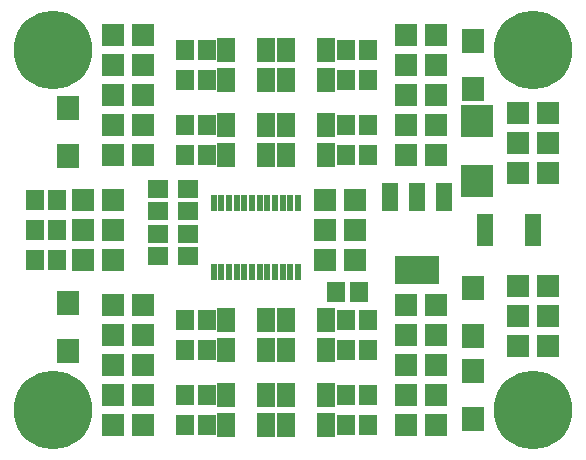
<source format=gbr>
G75*
G70*
%OFA0B0*%
%FSLAX24Y24*%
%IPPOS*%
%LPD*%
%AMOC8*
5,1,8,0,0,1.08239X$1,22.5*
%
%ADD10R,0.0198X0.0552*%
%ADD11R,0.0730X0.0730*%
%ADD12R,0.0592X0.0671*%
%ADD13R,0.0671X0.0592*%
%ADD14R,0.0749X0.0789*%
%ADD15C,0.2620*%
%ADD16R,0.0631X0.0789*%
%ADD17R,0.0560X0.0960*%
%ADD18R,0.1497X0.0946*%
%ADD19R,0.1064X0.1084*%
%ADD20R,0.0580X0.1080*%
D10*
X007430Y010514D03*
X007686Y010514D03*
X007942Y010514D03*
X008198Y010514D03*
X008454Y010514D03*
X008710Y010514D03*
X008965Y010514D03*
X009221Y010514D03*
X009477Y010514D03*
X009733Y010514D03*
X009989Y010514D03*
X010245Y010514D03*
X010245Y012812D03*
X009989Y012812D03*
X009733Y012812D03*
X009477Y012812D03*
X009221Y012812D03*
X008965Y012812D03*
X008710Y012812D03*
X008454Y012812D03*
X008198Y012812D03*
X007942Y012812D03*
X007686Y012812D03*
X007430Y012812D03*
D11*
X004088Y005413D03*
X005088Y005413D03*
X005088Y006413D03*
X004088Y006413D03*
X004088Y007413D03*
X005088Y007413D03*
X005088Y008413D03*
X004088Y008413D03*
X004088Y009413D03*
X005088Y009413D03*
X004088Y010913D03*
X003088Y010913D03*
X003088Y011913D03*
X004088Y011913D03*
X004088Y012913D03*
X003088Y012913D03*
X004088Y014413D03*
X005088Y014413D03*
X005088Y015413D03*
X004088Y015413D03*
X004088Y016413D03*
X005088Y016413D03*
X005088Y017413D03*
X004088Y017413D03*
X004088Y018413D03*
X005088Y018413D03*
X011150Y012913D03*
X012150Y012913D03*
X012150Y011913D03*
X011150Y011913D03*
X011150Y010913D03*
X012150Y010913D03*
X013838Y009413D03*
X014838Y009413D03*
X014838Y008413D03*
X013838Y008413D03*
X013838Y007413D03*
X014838Y007413D03*
X014838Y006413D03*
X013838Y006413D03*
X013838Y005413D03*
X014838Y005413D03*
X017588Y008038D03*
X018588Y008038D03*
X018588Y009038D03*
X017588Y009038D03*
X017588Y010038D03*
X018588Y010038D03*
X018588Y013788D03*
X017588Y013788D03*
X017588Y014788D03*
X018588Y014788D03*
X018588Y015788D03*
X017588Y015788D03*
X014838Y015413D03*
X013838Y015413D03*
X013838Y016413D03*
X014838Y016413D03*
X014838Y017413D03*
X013838Y017413D03*
X013838Y018413D03*
X014838Y018413D03*
X014838Y014413D03*
X013838Y014413D03*
D12*
X012587Y014413D03*
X011838Y014413D03*
X011838Y015413D03*
X012587Y015413D03*
X012587Y016913D03*
X011838Y016913D03*
X011838Y017913D03*
X012587Y017913D03*
X007212Y017913D03*
X006463Y017913D03*
X006463Y016913D03*
X007212Y016913D03*
X007212Y015413D03*
X006463Y015413D03*
X006463Y014413D03*
X007212Y014413D03*
X002212Y012913D03*
X001463Y012913D03*
X001463Y011913D03*
X002212Y011913D03*
X002212Y010913D03*
X001463Y010913D03*
X006463Y008913D03*
X007212Y008913D03*
X007212Y007913D03*
X006463Y007913D03*
X006463Y006413D03*
X007212Y006413D03*
X007212Y005413D03*
X006463Y005413D03*
X011838Y005413D03*
X012587Y005413D03*
X012587Y006413D03*
X011838Y006413D03*
X011838Y007913D03*
X012587Y007913D03*
X012587Y008913D03*
X011838Y008913D03*
X011526Y009850D03*
X012274Y009850D03*
D13*
X006588Y011039D03*
X006588Y011787D03*
X006588Y012539D03*
X006588Y013287D03*
X005588Y013287D03*
X005588Y012539D03*
X005588Y011787D03*
X005588Y011039D03*
D14*
X002588Y009470D03*
X002588Y007856D03*
X002588Y014356D03*
X002588Y015970D03*
X016088Y016606D03*
X016088Y018220D03*
X016088Y009970D03*
X016088Y008356D03*
X016088Y007220D03*
X016088Y005606D03*
D15*
X018088Y005913D03*
X018088Y017913D03*
X002088Y017913D03*
X002088Y005913D03*
D16*
X007856Y006413D03*
X007856Y005413D03*
X009194Y005413D03*
X009856Y005413D03*
X009856Y006413D03*
X009194Y006413D03*
X009194Y007913D03*
X009856Y007913D03*
X009856Y008913D03*
X009194Y008913D03*
X007856Y008913D03*
X007856Y007913D03*
X011194Y007913D03*
X011194Y008913D03*
X011194Y006413D03*
X011194Y005413D03*
X011194Y014413D03*
X011194Y015413D03*
X009856Y015413D03*
X009194Y015413D03*
X009194Y014413D03*
X009856Y014413D03*
X007856Y014413D03*
X007856Y015413D03*
X007856Y016913D03*
X007856Y017913D03*
X009194Y017913D03*
X009856Y017913D03*
X009856Y016913D03*
X009194Y016913D03*
X011194Y016913D03*
X011194Y017913D03*
D17*
X013303Y013008D03*
X014213Y013008D03*
X015123Y013008D03*
D18*
X014213Y010568D03*
D19*
X016213Y013544D03*
X016213Y015532D03*
D20*
X016463Y011913D03*
X018088Y011913D03*
M02*

</source>
